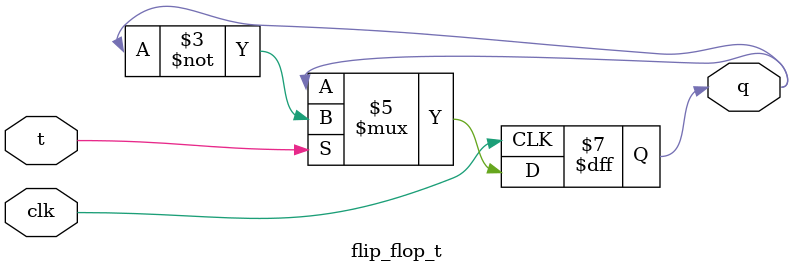
<source format=v>
module flip_flop_t(clk,t,q);
input clk,t;
output reg q;

always @ (posedge clk)begin
    if(t == 0)
        q <= q;
    else 
        q = ~q;
end
                
endmodule 
</source>
